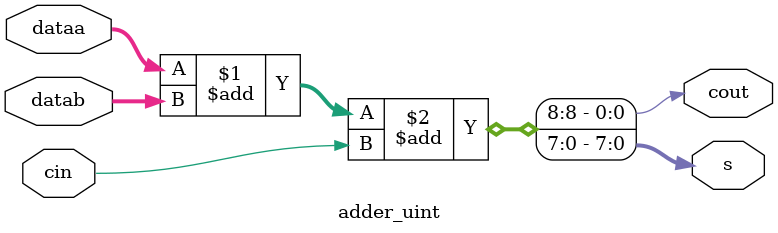
<source format=sv>
module adder_uint #(parameter N = 8)
(
	input  logic [N-1:0] dataa, datab,
	input  logic         cin,
	
	output logic [N-1:0] s,
	output logic         cout
);

	assign {cout, s} = dataa + datab + cin;

endmodule
</source>
